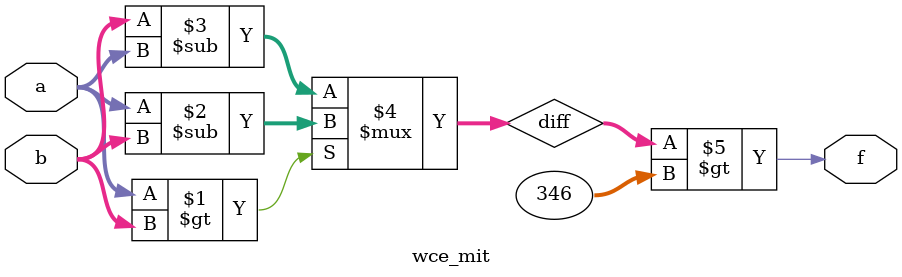
<source format=v>
module wce_mit(a, b, f);
parameter _bit = 16;
parameter wce = 346;
input [_bit - 1: 0] a;
input [_bit - 1: 0] b;
output f;
wire [_bit - 1: 0] diff;
assign diff = (a > b)? (a - b): (b - a);
assign f = (diff > wce);
endmodule

</source>
